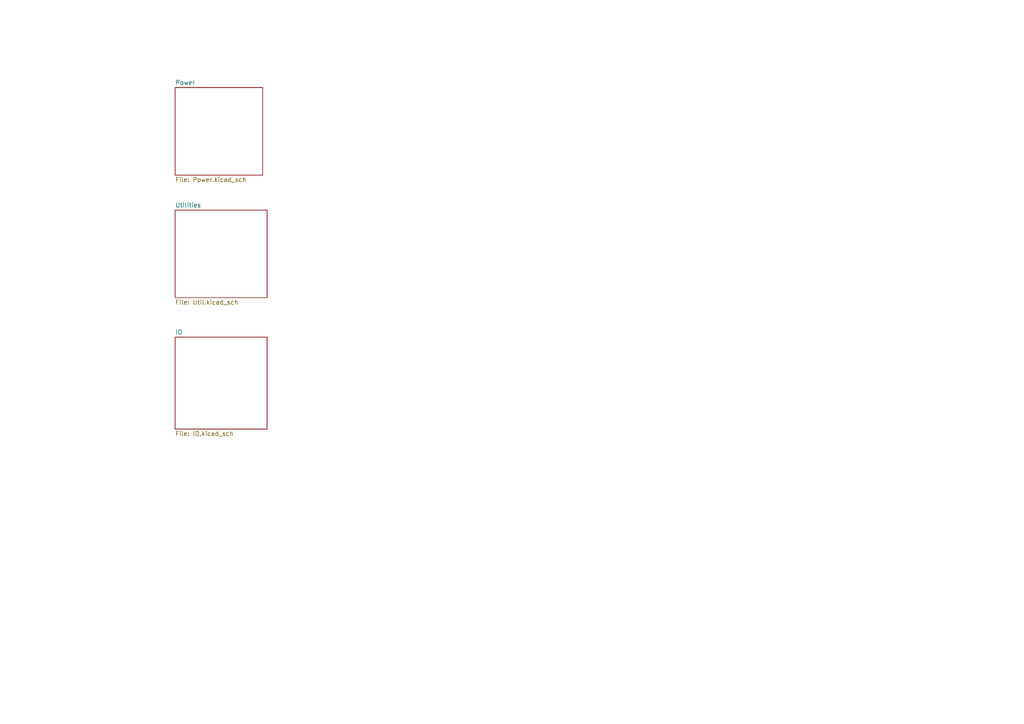
<source format=kicad_sch>
(kicad_sch (version 20230121) (generator eeschema)
  (paper "A4")
  (lib_symbols)
  (sheet (at 50.8 25.4) (size 25.4 25.4)
    (property "Sheetname" "Power" (at 50.8 24.6884 0) (effects (justify left bottom)))
    (property "Sheetfile" "Power.kicad_sch" (at 50.8 51.3846 0) (effects (justify left top)))
  )
  (sheet (at 50.8 60.96) (size 26.67 25.4) (stroke (width 0.1524))
    (property "Sheetname" "Utilities" (at 50.8 60.2484 0) (effects (justify left bottom)))
    (property "Sheetfile" "Util.kicad_sch" (at 50.8 86.9446 0) (effects (justify left top)))
  )
  (sheet (at 50.8 97.79) (size 26.67 26.67) (stroke (width 0.1524))
    (property "Sheetname" "IO" (at 50.8 97.0784 0) (effects (justify left bottom)))
    (property "Sheetfile" "IO.kicad_sch" (at 50.8 125.0446 0) (effects (justify left top)))
  )
)
</source>
